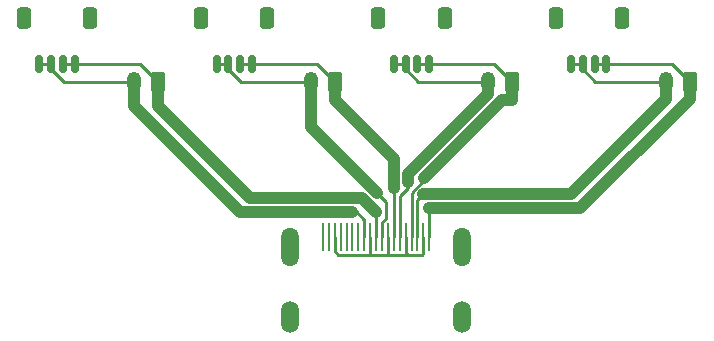
<source format=gbr>
%TF.GenerationSoftware,KiCad,Pcbnew,(6.0.5)*%
%TF.CreationDate,2022-06-06T17:11:40-06:00*%
%TF.ProjectId,21Pin_Fanout,32315069-6e5f-4466-916e-6f75742e6b69,rev?*%
%TF.SameCoordinates,Original*%
%TF.FileFunction,Copper,L1,Top*%
%TF.FilePolarity,Positive*%
%FSLAX46Y46*%
G04 Gerber Fmt 4.6, Leading zero omitted, Abs format (unit mm)*
G04 Created by KiCad (PCBNEW (6.0.5)) date 2022-06-06 17:11:40*
%MOMM*%
%LPD*%
G01*
G04 APERTURE LIST*
G04 Aperture macros list*
%AMRoundRect*
0 Rectangle with rounded corners*
0 $1 Rounding radius*
0 $2 $3 $4 $5 $6 $7 $8 $9 X,Y pos of 4 corners*
0 Add a 4 corners polygon primitive as box body*
4,1,4,$2,$3,$4,$5,$6,$7,$8,$9,$2,$3,0*
0 Add four circle primitives for the rounded corners*
1,1,$1+$1,$2,$3*
1,1,$1+$1,$4,$5*
1,1,$1+$1,$6,$7*
1,1,$1+$1,$8,$9*
0 Add four rect primitives between the rounded corners*
20,1,$1+$1,$2,$3,$4,$5,0*
20,1,$1+$1,$4,$5,$6,$7,0*
20,1,$1+$1,$6,$7,$8,$9,0*
20,1,$1+$1,$8,$9,$2,$3,0*%
G04 Aperture macros list end*
%TA.AperFunction,SMDPad,CuDef*%
%ADD10RoundRect,0.150000X0.150000X0.625000X-0.150000X0.625000X-0.150000X-0.625000X0.150000X-0.625000X0*%
%TD*%
%TA.AperFunction,SMDPad,CuDef*%
%ADD11RoundRect,0.250000X0.350000X0.650000X-0.350000X0.650000X-0.350000X-0.650000X0.350000X-0.650000X0*%
%TD*%
%TA.AperFunction,ComponentPad*%
%ADD12RoundRect,0.250000X0.350000X0.625000X-0.350000X0.625000X-0.350000X-0.625000X0.350000X-0.625000X0*%
%TD*%
%TA.AperFunction,ComponentPad*%
%ADD13O,1.200000X1.750000*%
%TD*%
%TA.AperFunction,ComponentPad*%
%ADD14O,1.500000X3.300000*%
%TD*%
%TA.AperFunction,ComponentPad*%
%ADD15O,1.500000X2.700000*%
%TD*%
%TA.AperFunction,SMDPad,CuDef*%
%ADD16O,0.250000X2.400000*%
%TD*%
%TA.AperFunction,Conductor*%
%ADD17C,0.250000*%
%TD*%
%TA.AperFunction,Conductor*%
%ADD18C,1.000000*%
%TD*%
G04 APERTURE END LIST*
D10*
%TO.P,J9,1,Pin_1*%
%TO.N,Net-(J1-Pad10)*%
X-25500000Y18000000D03*
%TO.P,J9,2,Pin_2*%
X-26500000Y18000000D03*
%TO.P,J9,3,Pin_3*%
%TO.N,Net-(J1-Pad12)*%
X-27500000Y18000000D03*
%TO.P,J9,4,Pin_4*%
X-28500000Y18000000D03*
D11*
%TO.P,J9,MP*%
%TO.N,N/C*%
X-29800000Y21875000D03*
X-24200000Y21875000D03*
%TD*%
D12*
%TO.P,J2,1,Pin_1*%
%TO.N,Net-(J1-Pad10)*%
X-18500000Y16500000D03*
D13*
%TO.P,J2,2,Pin_2*%
%TO.N,Net-(J1-Pad12)*%
X-20500000Y16500000D03*
%TD*%
D12*
%TO.P,J5,1,Pin_1*%
%TO.N,Net-(J1-Pad1)*%
X26584000Y16509000D03*
D13*
%TO.P,J5,2,Pin_2*%
%TO.N,Net-(J1-Pad3)*%
X24584000Y16509000D03*
%TD*%
D12*
%TO.P,J4,1,Pin_1*%
%TO.N,Net-(J1-Pad4)*%
X11500000Y16500000D03*
D13*
%TO.P,J4,2,Pin_2*%
%TO.N,Net-(J1-Pad6)*%
X9500000Y16500000D03*
%TD*%
D10*
%TO.P,J6,1,Pin_1*%
%TO.N,Net-(J1-Pad1)*%
X19500000Y18000000D03*
%TO.P,J6,2,Pin_2*%
X18500000Y18000000D03*
%TO.P,J6,3,Pin_3*%
%TO.N,Net-(J1-Pad3)*%
X17500000Y18000000D03*
%TO.P,J6,4,Pin_4*%
X16500000Y18000000D03*
D11*
%TO.P,J6,MP*%
%TO.N,N/C*%
X15200000Y21875000D03*
X20800000Y21875000D03*
%TD*%
D13*
%TO.P,J3,2,Pin_2*%
%TO.N,Net-(J1-Pad9)*%
X-5500000Y16500000D03*
D12*
%TO.P,J3,1,Pin_1*%
%TO.N,Net-(J1-Pad7)*%
X-3500000Y16500000D03*
%TD*%
D11*
%TO.P,J8,MP*%
%TO.N,N/C*%
X-9200000Y21875000D03*
X-14800000Y21875000D03*
D10*
%TO.P,J8,4,Pin_4*%
%TO.N,Net-(J1-Pad9)*%
X-13500000Y18000000D03*
%TO.P,J8,3,Pin_3*%
X-12500000Y18000000D03*
%TO.P,J8,2,Pin_2*%
%TO.N,Net-(J1-Pad7)*%
X-11500000Y18000000D03*
%TO.P,J8,1,Pin_1*%
X-10500000Y18000000D03*
%TD*%
%TO.P,J7,1,Pin_1*%
%TO.N,Net-(J1-Pad4)*%
X4500000Y18000000D03*
%TO.P,J7,2,Pin_2*%
X3500000Y18000000D03*
%TO.P,J7,3,Pin_3*%
%TO.N,Net-(J1-Pad6)*%
X2500000Y18000000D03*
%TO.P,J7,4,Pin_4*%
X1500000Y18000000D03*
D11*
%TO.P,J7,MP*%
%TO.N,N/C*%
X200000Y21875000D03*
X5800000Y21875000D03*
%TD*%
D14*
%TO.P,J1,23*%
%TO.N,N/C*%
X-7250000Y2564000D03*
%TO.P,J1,22*%
X7250000Y2564000D03*
D15*
%TO.P,J1,21*%
X-7250000Y-3396000D03*
%TO.P,J1,20*%
X7250000Y-3396000D03*
D16*
%TO.P,J1,19,HPD*%
%TO.N,unconnected-(J1-Pad19)*%
X-4501000Y3396000D03*
%TO.P,J1,18,+5V*%
%TO.N,unconnected-(J1-Pad18)*%
X-4001000Y3396000D03*
%TO.P,J1,17,GND*%
%TO.N,GND*%
X-3501000Y3396000D03*
%TO.P,J1,16,SDA*%
%TO.N,unconnected-(J1-Pad16)*%
X-3001000Y3396000D03*
%TO.P,J1,15,SCL*%
%TO.N,unconnected-(J1-Pad15)*%
X-2500000Y3396000D03*
%TO.P,J1,14,UTILITY*%
%TO.N,unconnected-(J1-Pad14)*%
X-2000000Y3396000D03*
%TO.P,J1,13,CEC*%
%TO.N,unconnected-(J1-Pad13)*%
X-1500000Y3396000D03*
%TO.P,J1,12,CK-*%
%TO.N,Net-(J1-Pad12)*%
X-1000000Y3396000D03*
%TO.P,J1,11,CKS*%
%TO.N,GND*%
X-500000Y3396000D03*
%TO.P,J1,10,CK+*%
%TO.N,Net-(J1-Pad10)*%
X0Y3396000D03*
%TO.P,J1,9,D0-*%
%TO.N,Net-(J1-Pad9)*%
X500000Y3396000D03*
%TO.P,J1,8,D0S*%
%TO.N,GND*%
X1000000Y3396000D03*
%TO.P,J1,7,D0+*%
%TO.N,Net-(J1-Pad7)*%
X1500000Y3396000D03*
%TO.P,J1,6,D1-*%
%TO.N,Net-(J1-Pad6)*%
X2000000Y3396000D03*
%TO.P,J1,5,D1S*%
%TO.N,GND*%
X2500000Y3396000D03*
%TO.P,J1,4,D1+*%
%TO.N,Net-(J1-Pad4)*%
X3001000Y3396000D03*
%TO.P,J1,3,D2-*%
%TO.N,Net-(J1-Pad3)*%
X3501000Y3396000D03*
%TO.P,J1,2,D2S*%
%TO.N,GND*%
X4001000Y3396000D03*
%TO.P,J1,1,D2+*%
%TO.N,Net-(J1-Pad1)*%
X4501000Y3396000D03*
%TD*%
D17*
%TO.N,GND*%
X-3187197Y1871480D02*
X-3501000Y2185283D01*
X-574520Y1871480D02*
X-3187197Y1871480D01*
X-3501000Y2185283D02*
X-3501000Y3396000D01*
X-500000Y1946000D02*
X-574520Y1871480D01*
X-500000Y1946000D02*
X-425480Y1871480D01*
X-425480Y1871480D02*
X1628520Y1871480D01*
X-500000Y3396000D02*
X-500000Y1946000D01*
X1000000Y2000000D02*
X1000000Y3396000D01*
X1128520Y1871480D02*
X1000000Y2000000D01*
X2500000Y1946000D02*
X2425480Y1871480D01*
X2425480Y1871480D02*
X1128520Y1871480D01*
X2500000Y3396000D02*
X2500000Y1946000D01*
X2500000Y2084323D02*
X2500000Y3396000D01*
X2712843Y1871480D02*
X2500000Y2084323D01*
X3926480Y1871480D02*
X2712843Y1871480D01*
X4001000Y1946000D02*
X3926480Y1871480D01*
X4001000Y3396000D02*
X4001000Y1946000D01*
%TO.N,Net-(J1-Pad10)*%
X-20000000Y18000000D02*
X-18500000Y16500000D01*
X-25500000Y18000000D02*
X-20000000Y18000000D01*
X-26500000Y18000000D02*
X-25500000Y18000000D01*
%TO.N,Net-(J1-Pad12)*%
X-27500000Y17553928D02*
X-26446072Y16500000D01*
X-26446072Y16500000D02*
X-20500000Y16500000D01*
X-27500000Y18000000D02*
X-27500000Y17553928D01*
X-28500000Y18000000D02*
X-27500000Y18000000D01*
%TO.N,Net-(J1-Pad9)*%
X-11446072Y16500000D02*
X-5500000Y16500000D01*
X-12500000Y17553928D02*
X-11446072Y16500000D01*
X-12500000Y18000000D02*
X-12500000Y17553928D01*
%TO.N,Net-(J1-Pad7)*%
X-10500000Y18000000D02*
X-5000000Y18000000D01*
X-5000000Y18000000D02*
X-3500000Y16500000D01*
X-11500000Y18000000D02*
X-10500000Y18000000D01*
%TO.N,Net-(J1-Pad9)*%
X-13500000Y18000000D02*
X-12500000Y18000000D01*
%TO.N,Net-(J1-Pad6)*%
X2500000Y18000000D02*
X1500000Y18000000D01*
%TO.N,Net-(J1-Pad4)*%
X4500000Y18000000D02*
X3500000Y18000000D01*
X10000000Y18000000D02*
X11500000Y16500000D01*
X4500000Y18000000D02*
X10000000Y18000000D01*
%TO.N,Net-(J1-Pad6)*%
X3553928Y16500000D02*
X9500000Y16500000D01*
X2500000Y17553928D02*
X3553928Y16500000D01*
X2500000Y18000000D02*
X2500000Y17553928D01*
%TO.N,Net-(J1-Pad1)*%
X25093000Y18000000D02*
X26584000Y16509000D01*
X19500000Y18000000D02*
X25093000Y18000000D01*
%TO.N,Net-(J1-Pad3)*%
X17500000Y17553928D02*
X18544928Y16509000D01*
X18544928Y16509000D02*
X24584000Y16509000D01*
X17500000Y18000000D02*
X17500000Y17553928D01*
D18*
X16484192Y6984192D02*
X4015807Y6984193D01*
D17*
%TO.N,Net-(J1-Pad1)*%
X19500000Y18000000D02*
X18500000Y18000000D01*
%TO.N,Net-(J1-Pad3)*%
X16500000Y18000000D02*
X17500000Y18000000D01*
X3501000Y6469386D02*
X4015807Y6984193D01*
X3501000Y3396000D02*
X3501000Y6469386D01*
%TO.N,Net-(J1-Pad1)*%
X4501000Y5783673D02*
X4500000Y5784673D01*
X4501000Y3396000D02*
X4501000Y5783673D01*
D18*
X17284672Y5784672D02*
X26584000Y15084000D01*
X26584000Y15084000D02*
X26584000Y16509000D01*
X4500000Y5784673D02*
X17284672Y5784672D01*
%TO.N,Net-(J1-Pad3)*%
X24584000Y15084000D02*
X16484192Y6984192D01*
X24584000Y16509000D02*
X24584000Y15084000D01*
D17*
%TO.N,Net-(J1-Pad4)*%
X4098189Y8232622D02*
X4098189Y8401811D01*
X3001000Y7135433D02*
X4098189Y8232622D01*
X3001000Y3396000D02*
X3001000Y7135433D01*
%TO.N,Net-(J1-Pad6)*%
X2699520Y7533473D02*
X2699520Y8000000D01*
X2000000Y3396000D02*
X2000000Y6833953D01*
X2000000Y6833953D02*
X2699520Y7533473D01*
%TO.N,Net-(J1-Pad7)*%
X1500000Y3396000D02*
X1500000Y7500000D01*
%TO.N,Net-(J1-Pad9)*%
X500000Y4606717D02*
X824520Y4931237D01*
X500000Y3396000D02*
X500000Y4606717D01*
X824520Y4931237D02*
X824520Y6371857D01*
X824520Y6371857D02*
X98188Y7098189D01*
%TO.N,Net-(J1-Pad10)*%
X0Y3396000D02*
X0Y5500000D01*
%TO.N,Net-(J1-Pad12)*%
X-1654000Y5500000D02*
X-2000000Y5500000D01*
X-1000000Y4846000D02*
X-1654000Y5500000D01*
X-1000000Y3396000D02*
X-1000000Y4846000D01*
D18*
%TO.N,Net-(J1-Pad4)*%
X10696378Y15000000D02*
X4098189Y8401811D01*
X11500000Y15000000D02*
X10696378Y15000000D01*
%TO.N,Net-(J1-Pad6)*%
X2699520Y8699520D02*
X2699520Y8000000D01*
X9500000Y15500000D02*
X2699520Y8699520D01*
%TO.N,Net-(J1-Pad4)*%
X11500000Y16500000D02*
X11500000Y15000000D01*
%TO.N,Net-(J1-Pad6)*%
X9500000Y16500000D02*
X9500000Y15500000D01*
%TO.N,Net-(J1-Pad7)*%
X1500000Y10000000D02*
X1500000Y7500000D01*
X-3500000Y15000000D02*
X1500000Y10000000D01*
%TO.N,Net-(J1-Pad9)*%
X-5500000Y12696377D02*
X98188Y7098189D01*
X-5500000Y16500000D02*
X-5500000Y12696377D01*
%TO.N,Net-(J1-Pad7)*%
X-3500000Y16500000D02*
X-3500000Y15000000D01*
%TO.N,Net-(J1-Pad10)*%
X-10699520Y6699520D02*
X-1199520Y6699520D01*
X-1199520Y6699520D02*
X0Y5500000D01*
X-18500000Y14500000D02*
X-10699520Y6699520D01*
%TO.N,Net-(J1-Pad12)*%
X-11500000Y5500000D02*
X-2000000Y5500000D01*
X-20500000Y14500000D02*
X-11500000Y5500000D01*
%TO.N,Net-(J1-Pad10)*%
X-18500000Y16500000D02*
X-18500000Y14500000D01*
%TO.N,Net-(J1-Pad12)*%
X-20500000Y16500000D02*
X-20500000Y14500000D01*
%TD*%
M02*

</source>
